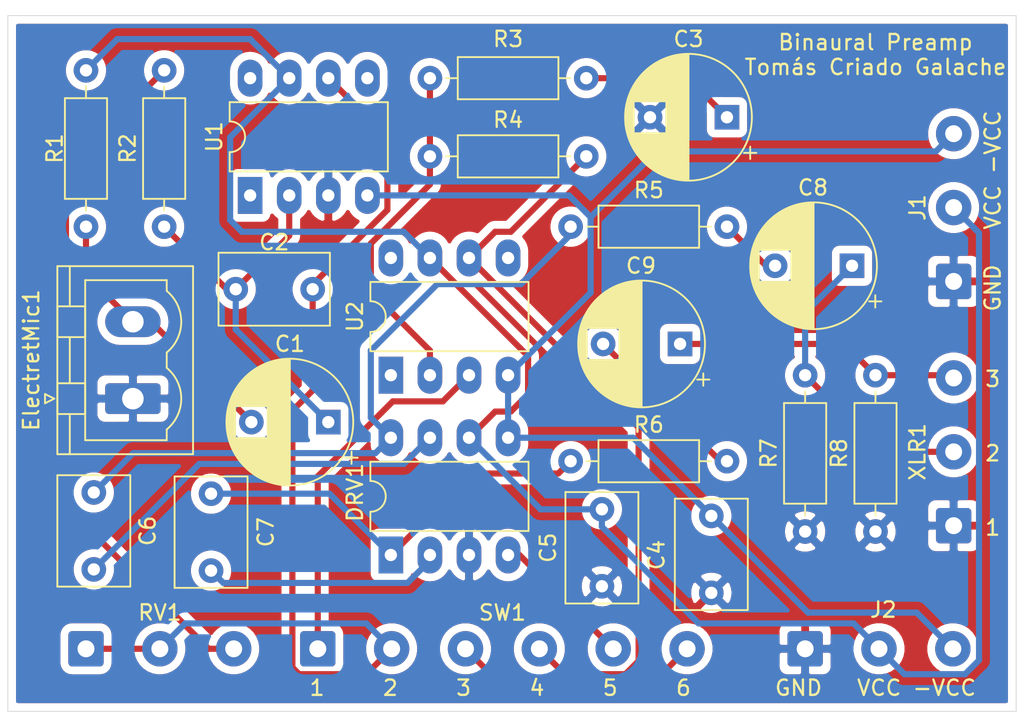
<source format=kicad_pcb>
(kicad_pcb (version 20171130) (host pcbnew "(5.1.9)-1")
  (layers (0 F.Cu signal) (31 B.Cu signal) (34 B.Paste user) (35 F.Paste user) (36 B.SilkS user) (37 F.SilkS user) (38 B.Mask user) (39 F.Mask user) (44 Edge.Cuts user))
  (net 0 "")
  (net 1 GND)
  (net 2 -VCC)
  (net 3 "Net-(C2-Pad1)")
  (net 4 VCC)
  (net 5 "Net-(C8-Pad1)")
  (net 6 "Net-(C8-Pad2)")
  (net 7 "Net-(C9-Pad1)")
  (net 8 "Net-(C9-Pad2)")
  (net 9 "Net-(R2-Pad2)")
  (net 10 "Net-(SW1-Pad3)")
  (net 11 "Net-(SW1-Pad1)")
  (net 12 "Net-(C1-Pad2)")
  (net 13 "Net-(C1-Pad1)")
  (net 14 "Net-(C3-Pad1)")
  (net 15 "Net-(C6-Pad2)")
  (net 16 "Net-(C6-Pad1)")
  (net 17 "Net-(C7-Pad2)")
  (net 18 "Net-(C7-Pad1)")
  (net 19 "Net-(DRV1-Pad4)")
  (net 20 "Net-(R3-Pad2)")
  (net 21 "Net-(R4-Pad2)")
  (module Capacitor_THT:C_Rect_L7.0mm_W4.5mm_P5.00mm (layer F.Cu) (at 83.82 72.136 180)
    (fp_text reference C2 (at 2.5 3.048) (layer F.SilkS))
    (fp_text value 1p)
    (pad 1 thru_hole circle (at 0 0 180) (size 1.6 1.6) (drill 0.8) (layers *.Cu *.Mask) (net 3 "Net-(C2-Pad1)"))
    (pad 2 thru_hole circle (at 5 0 180) (size 1.6 1.6) (drill 0.8) (layers *.Cu *.Mask) (net 13 "Net-(C1-Pad1)"))
  )
  (module Capacitor_THT:CP_Radial_D8.0mm_P5.00mm (layer F.Cu) (at 84.836 80.772 180)
    (fp_text reference C1 (at 2.5 5.08) (layer F.SilkS))
    (fp_text value 4.7u)
    (pad 1 thru_hole rect (at 0 0 180) (size 1.6 1.6) (drill 0.8) (layers *.Cu *.Mask) (net 13 "Net-(C1-Pad1)"))
    (pad 2 thru_hole circle (at 5 0 180) (size 1.6 1.6) (drill 0.8) (layers *.Cu *.Mask) (net 12 "Net-(C1-Pad2)"))
  )
  (module Capacitor_THT:CP_Radial_D8.0mm_P5.00mm (layer F.Cu) (at 110.744 60.96 180)
    (fp_text reference C3 (at 2.5 5.08) (layer F.SilkS))
    (fp_text value 820u)
    (pad 1 thru_hole rect (at 0 0 180) (size 1.6 1.6) (drill 0.8) (layers *.Cu *.Mask) (net 14 "Net-(C3-Pad1)"))
    (pad 2 thru_hole circle (at 5 0 180) (size 1.6 1.6) (drill 0.8) (layers *.Cu *.Mask) (net 1 GND))
  )
  (module Capacitor_THT:C_Rect_L7.0mm_W4.5mm_P5.00mm (layer F.Cu) (at 109.728 86.868 270)
    (fp_text reference C4 (at 2.54 3.556 90) (layer F.SilkS))
    (fp_text value 1u)
    (pad 1 thru_hole circle (at 0 0 270) (size 1.6 1.6) (drill 0.8) (layers *.Cu *.Mask) (net 2 -VCC))
    (pad 2 thru_hole circle (at 5 0 270) (size 1.6 1.6) (drill 0.8) (layers *.Cu *.Mask) (net 1 GND))
  )
  (module Capacitor_THT:C_Rect_L7.0mm_W4.5mm_P5.00mm (layer F.Cu) (at 102.616 91.44 90)
    (fp_text reference C5 (at 2.5 -3.5 90) (layer F.SilkS))
    (fp_text value 1u)
    (pad 2 thru_hole circle (at 5 0 90) (size 1.6 1.6) (drill 0.8) (layers *.Cu *.Mask) (net 4 VCC))
    (pad 1 thru_hole circle (at 0 0 90) (size 1.6 1.6) (drill 0.8) (layers *.Cu *.Mask) (net 1 GND))
  )
  (module Capacitor_THT:C_Rect_L7.0mm_W4.5mm_P5.00mm (layer F.Cu) (at 69.596 85.344 270)
    (fp_text reference C6 (at 2.5 -3.5 90) (layer F.SilkS))
    (fp_text value 10u)
    (pad 1 thru_hole circle (at 0 0 270) (size 1.6 1.6) (drill 0.8) (layers *.Cu *.Mask) (net 16 "Net-(C6-Pad1)"))
    (pad 2 thru_hole circle (at 5 0 270) (size 1.6 1.6) (drill 0.8) (layers *.Cu *.Mask) (net 15 "Net-(C6-Pad2)"))
  )
  (module Capacitor_THT:C_Rect_L7.0mm_W4.5mm_P5.00mm (layer F.Cu) (at 77.216 90.424 90)
    (fp_text reference C7 (at 2.5 3.556 90) (layer F.SilkS))
    (fp_text value 10u)
    (pad 2 thru_hole circle (at 5 0 90) (size 1.6 1.6) (drill 0.8) (layers *.Cu *.Mask) (net 17 "Net-(C7-Pad2)"))
    (pad 1 thru_hole circle (at 0 0 90) (size 1.6 1.6) (drill 0.8) (layers *.Cu *.Mask) (net 18 "Net-(C7-Pad1)"))
  )
  (module Capacitor_THT:CP_Radial_D8.0mm_P5.00mm (layer F.Cu) (at 118.872 70.612 180)
    (fp_text reference C8 (at 2.54 5.08) (layer F.SilkS))
    (fp_text value 3.3u)
    (pad 2 thru_hole circle (at 5 0 180) (size 1.6 1.6) (drill 0.8) (layers *.Cu *.Mask) (net 6 "Net-(C8-Pad2)"))
    (pad 1 thru_hole rect (at 0 0 180) (size 1.6 1.6) (drill 0.8) (layers *.Cu *.Mask) (net 5 "Net-(C8-Pad1)"))
  )
  (module Capacitor_THT:CP_Radial_D8.0mm_P5.00mm (layer F.Cu) (at 107.696 75.692 180)
    (fp_text reference C9 (at 2.54 5.08) (layer F.SilkS))
    (fp_text value 3.3u)
    (pad 2 thru_hole circle (at 5 0 180) (size 1.6 1.6) (drill 0.8) (layers *.Cu *.Mask) (net 8 "Net-(C9-Pad2)"))
    (pad 1 thru_hole rect (at 0 0 180) (size 1.6 1.6) (drill 0.8) (layers *.Cu *.Mask) (net 7 "Net-(C9-Pad1)"))
  )
  (module Package_DIP:DIP-8_W7.62mm_LongPads (layer F.Cu) (at 88.9 89.408 90)
    (fp_text reference DRV1 (at 4.064 -2.33 90) (layer F.SilkS))
    (fp_text value DRV135)
    (pad 8 thru_hole oval (at 7.62 0 90) (size 2.4 1.6) (drill 0.8) (layers *.Cu *.Mask) (net 16 "Net-(C6-Pad1)"))
    (pad 4 thru_hole oval (at 0 7.62 90) (size 2.4 1.6) (drill 0.8) (layers *.Cu *.Mask) (net 19 "Net-(DRV1-Pad4)"))
    (pad 7 thru_hole oval (at 7.62 2.54 90) (size 2.4 1.6) (drill 0.8) (layers *.Cu *.Mask) (net 15 "Net-(C6-Pad2)"))
    (pad 3 thru_hole oval (at 0 5.08 90) (size 2.4 1.6) (drill 0.8) (layers *.Cu *.Mask) (net 1 GND))
    (pad 6 thru_hole oval (at 7.62 5.08 90) (size 2.4 1.6) (drill 0.8) (layers *.Cu *.Mask) (net 4 VCC))
    (pad 2 thru_hole oval (at 0 2.54 90) (size 2.4 1.6) (drill 0.8) (layers *.Cu *.Mask) (net 18 "Net-(C7-Pad1)"))
    (pad 5 thru_hole oval (at 7.62 7.62 90) (size 2.4 1.6) (drill 0.8) (layers *.Cu *.Mask) (net 2 -VCC))
    (pad 1 thru_hole rect (at 0 0 90) (size 2.4 1.6) (drill 0.8) (layers *.Cu *.Mask) (net 17 "Net-(C7-Pad2)"))
  )
  (module Connector_Phoenix_MSTB:PhoenixContact_MSTBVA_2,5_2-G_1x02_P5.00mm_Vertical (layer F.Cu) (at 72.136 79.248 90)
    (fp_text reference ElectretMic1 (at 2.5 -6.604 90) (layer F.SilkS))
    (fp_text value -40dBV)
    (pad 1 thru_hole roundrect (at 0 0 90) (size 2 3.6) (drill 1.4) (layers *.Cu *.Mask) (roundrect_rratio 0.125) (net 1 GND))
    (pad 2 thru_hole oval (at 5 0 90) (size 2 3.6) (drill 1.4) (layers *.Cu *.Mask) (net 12 "Net-(C1-Pad2)"))
  )
  (module Connector_Wire:SolderWire-0.5sqmm_1x03_P4.8mm_D0.9mm_OD2.3mm (layer F.Cu) (at 125.476 71.628 90)
    (fp_text reference J1 (at 4.8 -2.35 90) (layer F.SilkS))
    (fp_text value Conn_01x03)
    (pad 1 thru_hole roundrect (at 0 0 90) (size 2.3 2.3) (drill 1.1) (layers *.Cu *.Mask) (roundrect_rratio 0.108696) (net 1 GND))
    (pad 2 thru_hole circle (at 4.8 0 90) (size 2.3 2.3) (drill 1.1) (layers *.Cu *.Mask) (net 4 VCC))
    (pad 3 thru_hole circle (at 9.6 0 90) (size 2.3 2.3) (drill 1.1) (layers *.Cu *.Mask) (net 2 -VCC))
  )
  (module Connector_Wire:SolderWire-0.5sqmm_1x03_P4.8mm_D0.9mm_OD2.3mm (layer F.Cu) (at 115.824 95.504)
    (fp_text reference J2 (at 5.08 -2.54) (layer F.SilkS))
    (fp_text value Conn_01x03)
    (pad 3 thru_hole circle (at 9.6 0) (size 2.3 2.3) (drill 1.1) (layers *.Cu *.Mask) (net 2 -VCC))
    (pad 2 thru_hole circle (at 4.8 0) (size 2.3 2.3) (drill 1.1) (layers *.Cu *.Mask) (net 4 VCC))
    (pad 1 thru_hole roundrect (at 0 0) (size 2.3 2.3) (drill 1.1) (layers *.Cu *.Mask) (roundrect_rratio 0.108696) (net 1 GND))
  )
  (module Resistor_THT:R_Axial_DIN0207_L6.3mm_D2.5mm_P10.16mm_Horizontal (layer F.Cu) (at 69.088 57.912 270)
    (fp_text reference R1 (at 5.08 2.032 90) (layer F.SilkS))
    (fp_text value 6.8k)
    (pad 2 thru_hole oval (at 10.16 0 270) (size 1.6 1.6) (drill 0.8) (layers *.Cu *.Mask) (net 12 "Net-(C1-Pad2)"))
    (pad 1 thru_hole circle (at 0 0 270) (size 1.6 1.6) (drill 0.8) (layers *.Cu *.Mask) (net 4 VCC))
  )
  (module Resistor_THT:R_Axial_DIN0207_L6.3mm_D2.5mm_P10.16mm_Horizontal (layer F.Cu) (at 74.168 68.072 90)
    (fp_text reference R2 (at 5.08 -2.37 90) (layer F.SilkS))
    (fp_text value 18k)
    (pad 2 thru_hole oval (at 10.16 0 90) (size 1.6 1.6) (drill 0.8) (layers *.Cu *.Mask) (net 9 "Net-(R2-Pad2)"))
    (pad 1 thru_hole circle (at 0 0 90) (size 1.6 1.6) (drill 0.8) (layers *.Cu *.Mask) (net 13 "Net-(C1-Pad1)"))
  )
  (module Resistor_THT:R_Axial_DIN0207_L6.3mm_D2.5mm_P10.16mm_Horizontal (layer F.Cu) (at 101.6 58.42 180)
    (fp_text reference R3 (at 5.08 2.54) (layer F.SilkS))
    (fp_text value 1k)
    (pad 1 thru_hole circle (at 0 0 180) (size 1.6 1.6) (drill 0.8) (layers *.Cu *.Mask) (net 14 "Net-(C3-Pad1)"))
    (pad 2 thru_hole oval (at 10.16 0 180) (size 1.6 1.6) (drill 0.8) (layers *.Cu *.Mask) (net 20 "Net-(R3-Pad2)"))
  )
  (module Resistor_THT:R_Axial_DIN0207_L6.3mm_D2.5mm_P10.16mm_Horizontal (layer F.Cu) (at 91.44 63.5)
    (fp_text reference R4 (at 5.08 -2.37) (layer F.SilkS))
    (fp_text value 33k)
    (pad 2 thru_hole oval (at 10.16 0) (size 1.6 1.6) (drill 0.8) (layers *.Cu *.Mask) (net 21 "Net-(R4-Pad2)"))
    (pad 1 thru_hole circle (at 0 0) (size 1.6 1.6) (drill 0.8) (layers *.Cu *.Mask) (net 20 "Net-(R3-Pad2)"))
  )
  (module Resistor_THT:R_Axial_DIN0207_L6.3mm_D2.5mm_P10.16mm_Horizontal (layer F.Cu) (at 100.584 68.072)
    (fp_text reference R5 (at 5.08 -2.37) (layer F.SilkS))
    (fp_text value 51)
    (pad 1 thru_hole circle (at 0 0) (size 1.6 1.6) (drill 0.8) (layers *.Cu *.Mask) (net 16 "Net-(C6-Pad1)"))
    (pad 2 thru_hole oval (at 10.16 0) (size 1.6 1.6) (drill 0.8) (layers *.Cu *.Mask) (net 6 "Net-(C8-Pad2)"))
  )
  (module Resistor_THT:R_Axial_DIN0207_L6.3mm_D2.5mm_P10.16mm_Horizontal (layer F.Cu) (at 100.584 83.312)
    (fp_text reference R6 (at 5.08 -2.37) (layer F.SilkS))
    (fp_text value 51)
    (pad 1 thru_hole circle (at 0 0) (size 1.6 1.6) (drill 0.8) (layers *.Cu *.Mask) (net 17 "Net-(C7-Pad2)"))
    (pad 2 thru_hole oval (at 10.16 0) (size 1.6 1.6) (drill 0.8) (layers *.Cu *.Mask) (net 8 "Net-(C9-Pad2)"))
  )
  (module Resistor_THT:R_Axial_DIN0207_L6.3mm_D2.5mm_P10.16mm_Horizontal (layer F.Cu) (at 115.824 87.884 90)
    (fp_text reference R7 (at 5.08 -2.37 90) (layer F.SilkS))
    (fp_text value 100k)
    (pad 1 thru_hole circle (at 0 0 90) (size 1.6 1.6) (drill 0.8) (layers *.Cu *.Mask) (net 1 GND))
    (pad 2 thru_hole oval (at 10.16 0 90) (size 1.6 1.6) (drill 0.8) (layers *.Cu *.Mask) (net 5 "Net-(C8-Pad1)"))
  )
  (module Resistor_THT:R_Axial_DIN0207_L6.3mm_D2.5mm_P10.16mm_Horizontal (layer F.Cu) (at 120.396 87.884 90)
    (fp_text reference R8 (at 5.08 -2.37 90) (layer F.SilkS))
    (fp_text value 100k)
    (pad 2 thru_hole oval (at 10.16 0 90) (size 1.6 1.6) (drill 0.8) (layers *.Cu *.Mask) (net 7 "Net-(C9-Pad1)"))
    (pad 1 thru_hole circle (at 0 0 90) (size 1.6 1.6) (drill 0.8) (layers *.Cu *.Mask) (net 1 GND))
  )
  (module Connector_Wire:SolderWire-0.5sqmm_1x03_P4.8mm_D0.9mm_OD2.3mm (layer F.Cu) (at 69.088 95.504)
    (fp_text reference RV1 (at 4.8 -2.35) (layer F.SilkS))
    (fp_text value 500k)
    (pad 3 thru_hole circle (at 9.6 0) (size 2.3 2.3) (drill 1.1) (layers *.Cu *.Mask) (net 9 "Net-(R2-Pad2)"))
    (pad 2 thru_hole circle (at 4.8 0) (size 2.3 2.3) (drill 1.1) (layers *.Cu *.Mask) (net 3 "Net-(C2-Pad1)"))
    (pad 1 thru_hole roundrect (at 0 0) (size 2.3 2.3) (drill 1.1) (layers *.Cu *.Mask) (roundrect_rratio 0.108696) (net 3 "Net-(C2-Pad1)"))
  )
  (module Connector_Wire:SolderWire-0.5sqmm_1x06_P4.8mm_D0.9mm_OD2.3mm (layer F.Cu) (at 84.152 95.504)
    (fp_text reference SW1 (at 12 -2.35) (layer F.SilkS))
    (fp_text value SW_DPDT_x2)
    (pad 6 thru_hole circle (at 24 0) (size 2.3 2.3) (drill 1.1) (layers *.Cu *.Mask) (net 10 "Net-(SW1-Pad3)"))
    (pad 5 thru_hole circle (at 19.2 0) (size 2.3 2.3) (drill 1.1) (layers *.Cu *.Mask) (net 19 "Net-(DRV1-Pad4)"))
    (pad 4 thru_hole circle (at 14.4 0) (size 2.3 2.3) (drill 1.1) (layers *.Cu *.Mask) (net 21 "Net-(R4-Pad2)"))
    (pad 3 thru_hole circle (at 9.6 0) (size 2.3 2.3) (drill 1.1) (layers *.Cu *.Mask) (net 10 "Net-(SW1-Pad3)"))
    (pad 2 thru_hole circle (at 4.8 0) (size 2.3 2.3) (drill 1.1) (layers *.Cu *.Mask) (net 3 "Net-(C2-Pad1)"))
    (pad 1 thru_hole roundrect (at 0 0) (size 2.3 2.3) (drill 1.1) (layers *.Cu *.Mask) (roundrect_rratio 0.108696) (net 11 "Net-(SW1-Pad1)"))
  )
  (module Package_DIP:DIP-8_W7.62mm_LongPads (layer F.Cu) (at 79.756 66.04 90)
    (fp_text reference U1 (at 3.81 -2.33 90) (layer F.SilkS))
    (fp_text value TL071)
    (pad 1 thru_hole rect (at 0 0 90) (size 2.4 1.6) (drill 0.8) (layers *.Cu *.Mask))
    (pad 5 thru_hole oval (at 7.62 7.62 90) (size 2.4 1.6) (drill 0.8) (layers *.Cu *.Mask))
    (pad 2 thru_hole oval (at 0 2.54 90) (size 2.4 1.6) (drill 0.8) (layers *.Cu *.Mask) (net 13 "Net-(C1-Pad1)"))
    (pad 6 thru_hole oval (at 7.62 5.08 90) (size 2.4 1.6) (drill 0.8) (layers *.Cu *.Mask) (net 3 "Net-(C2-Pad1)"))
    (pad 3 thru_hole oval (at 0 5.08 90) (size 2.4 1.6) (drill 0.8) (layers *.Cu *.Mask) (net 1 GND))
    (pad 7 thru_hole oval (at 7.62 2.54 90) (size 2.4 1.6) (drill 0.8) (layers *.Cu *.Mask) (net 4 VCC))
    (pad 4 thru_hole oval (at 0 7.62 90) (size 2.4 1.6) (drill 0.8) (layers *.Cu *.Mask) (net 2 -VCC))
    (pad 8 thru_hole oval (at 7.62 0 90) (size 2.4 1.6) (drill 0.8) (layers *.Cu *.Mask))
  )
  (module Package_DIP:DIP-8_W7.62mm_LongPads (layer F.Cu) (at 88.9 77.724 90)
    (fp_text reference U2 (at 3.81 -2.33 90) (layer F.SilkS))
    (fp_text value TL071)
    (pad 1 thru_hole rect (at 0 0 90) (size 2.4 1.6) (drill 0.8) (layers *.Cu *.Mask))
    (pad 5 thru_hole oval (at 7.62 7.62 90) (size 2.4 1.6) (drill 0.8) (layers *.Cu *.Mask))
    (pad 2 thru_hole oval (at 0 2.54 90) (size 2.4 1.6) (drill 0.8) (layers *.Cu *.Mask) (net 20 "Net-(R3-Pad2)"))
    (pad 6 thru_hole oval (at 7.62 5.08 90) (size 2.4 1.6) (drill 0.8) (layers *.Cu *.Mask) (net 21 "Net-(R4-Pad2)"))
    (pad 3 thru_hole oval (at 0 5.08 90) (size 2.4 1.6) (drill 0.8) (layers *.Cu *.Mask) (net 11 "Net-(SW1-Pad1)"))
    (pad 7 thru_hole oval (at 7.62 2.54 90) (size 2.4 1.6) (drill 0.8) (layers *.Cu *.Mask) (net 4 VCC))
    (pad 4 thru_hole oval (at 0 7.62 90) (size 2.4 1.6) (drill 0.8) (layers *.Cu *.Mask) (net 2 -VCC))
    (pad 8 thru_hole oval (at 7.62 0 90) (size 2.4 1.6) (drill 0.8) (layers *.Cu *.Mask))
  )
  (module Connector_Wire:SolderWire-0.5sqmm_1x03_P4.8mm_D0.9mm_OD2.3mm (layer F.Cu) (at 125.476 87.503 90)
    (fp_text reference XLR1 (at 4.8 -2.35 90) (layer F.SilkS))
    (fp_text value XLR3)
    (pad 3 thru_hole circle (at 9.6 0 90) (size 2.3 2.3) (drill 1.1) (layers *.Cu *.Mask) (net 7 "Net-(C9-Pad1)"))
    (pad 2 thru_hole circle (at 4.8 0 90) (size 2.3 2.3) (drill 1.1) (layers *.Cu *.Mask) (net 5 "Net-(C8-Pad1)"))
    (pad 1 thru_hole roundrect (at 0 0 90) (size 2.3 2.3) (drill 1.1) (layers *.Cu *.Mask) (roundrect_rratio 0.108696) (net 1 GND))
  )
  (gr_line (start 64.008 54.356) (end 64.516 54.356) (layer Edge.Cuts) (width 0.05))
  (gr_line (start 64.008 99.568) (end 64.008 54.356) (layer Edge.Cuts) (width 0.05))
  (gr_line (start 64.516 99.568) (end 64.008 99.568) (layer Edge.Cuts) (width 0.05))
  (gr_text "1     2     3     4     5     6" (at 96.012 98.044) (layer F.SilkS) (effects (font (size 1 1))))
  (gr_text "3\n\n\n2\n\n\n1" (at 128.016 82.804) (layer F.SilkS) (effects (font (size 1 1))))
  (gr_text "GND   VCC -VCC" (at 128.016 67.056 90) (layer F.SilkS) (effects (font (size 1 1))))
  (gr_line (start 129.54 99.568) (end 128.524 99.568) (layer Edge.Cuts) (width 0.05))
  (gr_line (start 129.54 54.356) (end 129.54 99.568) (layer Edge.Cuts) (width 0.05))
  (gr_line (start 128.524 54.356) (end 129.54 54.356) (layer Edge.Cuts) (width 0.05))
  (gr_line (start 128.524 99.568) (end 64.516 99.568) (layer Edge.Cuts) (width 0.05))
  (gr_line (start 64.516 54.356) (end 128.524 54.356) (layer Edge.Cuts) (width 0.05))
  (gr_text "GND   VCC -VCC" (at 120.396 98.044) (layer F.SilkS) (effects (font (size 1 1))))
  (gr_text "Binaural Preamp\nTomás Criado Galache" (at 120.396 56.896) (layer F.SilkS) (effects (font (size 1 1))))
  (segment (start 96.52 81.788) (end 96.52 77.724) (width 0.4) (layer B.Cu) (net 2))
  (segment (start 116.01398 93.15398) (end 109.728 86.868) (width 0.4) (layer B.Cu) (net 2))
  (segment (start 123.07398 93.15398) (end 116.01398 93.15398) (width 0.4) (layer B.Cu) (net 2))
  (segment (start 125.424 95.504) (end 123.07398 93.15398) (width 0.4) (layer B.Cu) (net 2))
  (segment (start 104.648 81.788) (end 96.52 81.788) (width 0.4) (layer B.Cu) (net 2))
  (segment (start 109.728 86.868) (end 104.648 81.788) (width 0.4) (layer B.Cu) (net 2))
  (segment (start 100.476002 66.04) (end 87.376 66.04) (width 0.4) (layer B.Cu) (net 2))
  (segment (start 101.884001 67.447999) (end 100.476002 66.04) (width 0.4) (layer B.Cu) (net 2))
  (segment (start 101.884001 72.359999) (end 101.884001 67.447999) (width 0.4) (layer B.Cu) (net 2))
  (segment (start 96.52 77.724) (end 101.884001 72.359999) (width 0.4) (layer B.Cu) (net 2))
  (segment (start 124.326001 63.177999) (end 125.476 62.028) (width 0.4) (layer B.Cu) (net 2))
  (segment (start 106.154001 63.177999) (end 124.326001 63.177999) (width 0.4) (layer B.Cu) (net 2))
  (segment (start 101.884001 67.447999) (end 106.154001 63.177999) (width 0.4) (layer B.Cu) (net 2))
  (segment (start 69.088 95.504) (end 73.888 95.504) (width 0.4) (layer F.Cu) (net 3))
  (segment (start 87.301999 93.853999) (end 88.952 95.504) (width 0.4) (layer B.Cu) (net 3))
  (segment (start 75.538001 93.853999) (end 87.301999 93.853999) (width 0.4) (layer B.Cu) (net 3))
  (segment (start 73.888 95.504) (end 75.538001 93.853999) (width 0.4) (layer B.Cu) (net 3))
  (segment (start 83.82 71.834491) (end 83.82 72.136) (width 0.4) (layer F.Cu) (net 3))
  (segment (start 88.67601 66.978481) (end 83.82 71.834491) (width 0.4) (layer F.Cu) (net 3))
  (segment (start 88.67601 62.26001) (end 88.67601 66.978481) (width 0.4) (layer F.Cu) (net 3))
  (segment (start 84.836 58.42) (end 88.67601 62.26001) (width 0.4) (layer F.Cu) (net 3))
  (segment (start 87.30199 97.15401) (end 88.952 95.504) (width 0.4) (layer F.Cu) (net 3))
  (segment (start 82.941332 97.15401) (end 87.30199 97.15401) (width 0.4) (layer F.Cu) (net 3))
  (segment (start 82.50199 96.714668) (end 82.941332 97.15401) (width 0.4) (layer F.Cu) (net 3))
  (segment (start 82.50199 80.030012) (end 82.50199 96.714668) (width 0.4) (layer F.Cu) (net 3))
  (segment (start 83.82 78.712002) (end 82.50199 80.030012) (width 0.4) (layer F.Cu) (net 3))
  (segment (start 83.82 72.136) (end 83.82 78.712002) (width 0.4) (layer F.Cu) (net 3))
  (segment (start 102.616 87.57137) (end 102.616 86.44) (width 0.4) (layer B.Cu) (net 4))
  (segment (start 108.89862 93.85399) (end 102.616 87.57137) (width 0.4) (layer B.Cu) (net 4))
  (segment (start 118.97399 93.85399) (end 108.89862 93.85399) (width 0.4) (layer B.Cu) (net 4))
  (segment (start 120.624 95.504) (end 118.97399 93.85399) (width 0.4) (layer B.Cu) (net 4))
  (segment (start 98.632 86.44) (end 93.98 81.788) (width 0.4) (layer B.Cu) (net 4))
  (segment (start 102.616 86.44) (end 98.632 86.44) (width 0.4) (layer B.Cu) (net 4))
  (segment (start 89.73999 68.40399) (end 91.44 70.104) (width 0.4) (layer B.Cu) (net 4))
  (segment (start 79.219988 68.40399) (end 89.73999 68.40399) (width 0.4) (layer B.Cu) (net 4))
  (segment (start 78.455999 67.640001) (end 79.219988 68.40399) (width 0.4) (layer B.Cu) (net 4))
  (segment (start 78.455999 62.260001) (end 78.455999 67.640001) (width 0.4) (layer B.Cu) (net 4))
  (segment (start 82.296 58.42) (end 78.455999 62.260001) (width 0.4) (layer B.Cu) (net 4))
  (segment (start 69.088 57.912) (end 71.12 55.88) (width 0.4) (layer B.Cu) (net 4))
  (segment (start 79.756 55.88) (end 82.296 58.42) (width 0.4) (layer B.Cu) (net 4))
  (segment (start 71.12 55.88) (end 79.756 55.88) (width 0.4) (layer B.Cu) (net 4))
  (segment (start 127.12601 68.47801) (end 125.476 66.828) (width 0.4) (layer B.Cu) (net 4))
  (segment (start 127.12601 96.243992) (end 127.12601 68.47801) (width 0.4) (layer B.Cu) (net 4))
  (segment (start 126.216001 97.154001) (end 127.12601 96.243992) (width 0.4) (layer B.Cu) (net 4))
  (segment (start 122.274001 97.154001) (end 126.216001 97.154001) (width 0.4) (layer B.Cu) (net 4))
  (segment (start 120.624 95.504) (end 122.274001 97.154001) (width 0.4) (layer B.Cu) (net 4))
  (segment (start 95.68001 80.08799) (end 93.98 81.788) (width 0.4) (layer F.Cu) (net 4))
  (segment (start 96.69601 80.08799) (end 95.68001 80.08799) (width 0.4) (layer F.Cu) (net 4))
  (segment (start 97.82001 78.96399) (end 96.69601 80.08799) (width 0.4) (layer F.Cu) (net 4))
  (segment (start 97.82001 76.48401) (end 97.82001 78.96399) (width 0.4) (layer F.Cu) (net 4))
  (segment (start 91.44 70.104) (end 97.82001 76.48401) (width 0.4) (layer F.Cu) (net 4))
  (segment (start 120.803 82.703) (end 125.476 82.703) (width 0.4) (layer F.Cu) (net 5))
  (segment (start 115.824 77.724) (end 120.803 82.703) (width 0.4) (layer F.Cu) (net 5))
  (segment (start 115.824 73.66) (end 118.872 70.612) (width 0.4) (layer B.Cu) (net 5))
  (segment (start 115.824 77.724) (end 115.824 73.66) (width 0.4) (layer B.Cu) (net 5))
  (segment (start 113.284 70.612) (end 113.872 70.612) (width 0.4) (layer F.Cu) (net 6))
  (segment (start 110.744 68.072) (end 113.284 70.612) (width 0.4) (layer F.Cu) (net 6))
  (segment (start 118.364 75.692) (end 120.396 77.724) (width 0.4) (layer F.Cu) (net 7))
  (segment (start 107.696 75.692) (end 118.364 75.692) (width 0.4) (layer F.Cu) (net 7))
  (segment (start 125.297 77.724) (end 125.476 77.903) (width 0.4) (layer F.Cu) (net 7))
  (segment (start 120.396 77.724) (end 125.297 77.724) (width 0.4) (layer F.Cu) (net 7))
  (segment (start 110.316 83.312) (end 110.744 83.312) (width 0.4) (layer F.Cu) (net 8))
  (segment (start 102.696 75.692) (end 110.316 83.312) (width 0.4) (layer F.Cu) (net 8))
  (segment (start 67.787999 86.230344) (end 77.061655 95.504) (width 0.4) (layer F.Cu) (net 9))
  (segment (start 67.787999 64.292001) (end 67.787999 86.230344) (width 0.4) (layer F.Cu) (net 9))
  (segment (start 77.061655 95.504) (end 78.688 95.504) (width 0.4) (layer F.Cu) (net 9))
  (segment (start 74.168 57.912) (end 67.787999 64.292001) (width 0.4) (layer F.Cu) (net 9))
  (segment (start 105.801989 97.854011) (end 108.152 95.504) (width 0.4) (layer F.Cu) (net 10))
  (segment (start 96.102011 97.854011) (end 105.801989 97.854011) (width 0.4) (layer F.Cu) (net 10))
  (segment (start 93.752 95.504) (end 96.102011 97.854011) (width 0.4) (layer F.Cu) (net 10))
  (segment (start 92.27999 79.42401) (end 93.98 77.724) (width 0.4) (layer F.Cu) (net 11))
  (segment (start 89.025499 79.42401) (end 92.27999 79.42401) (width 0.4) (layer F.Cu) (net 11))
  (segment (start 84.152 84.297509) (end 89.025499 79.42401) (width 0.4) (layer F.Cu) (net 11))
  (segment (start 84.152 95.504) (end 84.152 84.297509) (width 0.4) (layer F.Cu) (net 11))
  (segment (start 69.088 71.2) (end 72.136 74.248) (width 0.4) (layer F.Cu) (net 12))
  (segment (start 69.088 68.072) (end 69.088 71.2) (width 0.4) (layer F.Cu) (net 12))
  (segment (start 73.312 74.248) (end 79.836 80.772) (width 0.4) (layer F.Cu) (net 12))
  (segment (start 72.136 74.248) (end 73.312 74.248) (width 0.4) (layer F.Cu) (net 12))
  (segment (start 78.232 72.136) (end 78.82 72.136) (width 0.4) (layer F.Cu) (net 13))
  (segment (start 74.168 68.072) (end 78.232 72.136) (width 0.4) (layer F.Cu) (net 13))
  (segment (start 82.296 68.66) (end 78.82 72.136) (width 0.4) (layer F.Cu) (net 13))
  (segment (start 82.296 66.04) (end 82.296 68.66) (width 0.4) (layer F.Cu) (net 13))
  (segment (start 78.82 74.756) (end 84.836 80.772) (width 0.4) (layer B.Cu) (net 13))
  (segment (start 78.82 72.136) (end 78.82 74.756) (width 0.4) (layer B.Cu) (net 13))
  (segment (start 108.204 58.42) (end 110.744 60.96) (width 0.4) (layer F.Cu) (net 14))
  (segment (start 101.6 58.42) (end 108.204 58.42) (width 0.4) (layer F.Cu) (net 14))
  (segment (start 76.45199 83.48801) (end 69.596 90.344) (width 0.4) (layer B.Cu) (net 15))
  (segment (start 89.73999 83.48801) (end 76.45199 83.48801) (width 0.4) (layer B.Cu) (net 15))
  (segment (start 91.44 81.788) (end 89.73999 83.48801) (width 0.4) (layer B.Cu) (net 15))
  (segment (start 91.919988 71.80401) (end 97.35999 71.80401) (width 0.4) (layer B.Cu) (net 16))
  (segment (start 87.599999 76.123999) (end 91.919988 71.80401) (width 0.4) (layer B.Cu) (net 16))
  (segment (start 87.599999 80.487999) (end 87.599999 76.123999) (width 0.4) (layer B.Cu) (net 16))
  (segment (start 88.9 81.788) (end 87.599999 80.487999) (width 0.4) (layer B.Cu) (net 16))
  (segment (start 100.584 68.58) (end 97.35999 71.80401) (width 0.4) (layer B.Cu) (net 16))
  (segment (start 100.584 68.072) (end 100.584 68.58) (width 0.4) (layer B.Cu) (net 16))
  (segment (start 87.9 82.788) (end 88.9 81.788) (width 0.4) (layer B.Cu) (net 16))
  (segment (start 72.152 82.788) (end 87.9 82.788) (width 0.4) (layer B.Cu) (net 16))
  (segment (start 69.596 85.344) (end 72.152 82.788) (width 0.4) (layer B.Cu) (net 16))
  (segment (start 94.196001 84.111999) (end 88.9 89.408) (width 0.4) (layer F.Cu) (net 17))
  (segment (start 99.784001 84.111999) (end 94.196001 84.111999) (width 0.4) (layer F.Cu) (net 17))
  (segment (start 100.584 83.312) (end 99.784001 84.111999) (width 0.4) (layer F.Cu) (net 17))
  (segment (start 84.916 85.424) (end 88.9 89.408) (width 0.4) (layer B.Cu) (net 17))
  (segment (start 77.216 85.424) (end 84.916 85.424) (width 0.4) (layer B.Cu) (net 17))
  (segment (start 91.44 89.768002) (end 91.44 89.408) (width 0.4) (layer B.Cu) (net 18))
  (segment (start 89.984003 91.223999) (end 91.44 89.768002) (width 0.4) (layer B.Cu) (net 18))
  (segment (start 78.015999 91.223999) (end 89.984003 91.223999) (width 0.4) (layer B.Cu) (net 18))
  (segment (start 77.216 90.424) (end 78.015999 91.223999) (width 0.4) (layer B.Cu) (net 18))
  (segment (start 97.256 89.408) (end 103.352 95.504) (width 0.4) (layer F.Cu) (net 19))
  (segment (start 96.52 89.408) (end 97.256 89.408) (width 0.4) (layer F.Cu) (net 19))
  (segment (start 91.44 76.124) (end 91.44 77.724) (width 0.4) (layer F.Cu) (net 20))
  (segment (start 87.59999 72.28399) (end 91.44 76.124) (width 0.4) (layer F.Cu) (net 20))
  (segment (start 87.59999 69.165519) (end 87.59999 72.28399) (width 0.4) (layer F.Cu) (net 20))
  (segment (start 91.44 65.325509) (end 87.59999 69.165519) (width 0.4) (layer F.Cu) (net 20))
  (segment (start 91.44 63.5) (end 91.44 65.325509) (width 0.4) (layer F.Cu) (net 20))
  (segment (start 91.44 58.42) (end 91.44 63.5) (width 0.4) (layer F.Cu) (net 20))
  (segment (start 96.69601 68.40399) (end 101.6 63.5) (width 0.4) (layer F.Cu) (net 21))
  (segment (start 95.68001 68.40399) (end 96.69601 68.40399) (width 0.4) (layer F.Cu) (net 21))
  (segment (start 93.98 70.104) (end 95.68001 68.40399) (width 0.4) (layer F.Cu) (net 21))
  (segment (start 105.002001 81.126001) (end 93.98 70.104) (width 0.4) (layer F.Cu) (net 21))
  (segment (start 105.002001 96.296001) (end 105.002001 81.126001) (width 0.4) (layer F.Cu) (net 21))
  (segment (start 104.144001 97.154001) (end 105.002001 96.296001) (width 0.4) (layer F.Cu) (net 21))
  (segment (start 100.202001 97.154001) (end 104.144001 97.154001) (width 0.4) (layer F.Cu) (net 21))
  (segment (start 98.552 95.504) (end 100.202001 97.154001) (width 0.4) (layer F.Cu) (net 21))
  (zone (net 1) (net_name GND) (layer F.Cu) (connect_pads (clearance 0.508)) (min_thickness 0.254) (fill yes (arc_segments 32) (thermal_gap 0.508) (thermal_bridge_width 0.508) (smoothing chamfer))
    (polygon (pts (xy 130.048 100.076) (xy 63.5 100.076) (xy 63.5 53.34) (xy 130.048 53.34)))
  )
  (zone (net 1) (net_name GND) (layer B.Cu) (connect_pads (clearance 0.508)) (min_thickness 0.254) (fill yes (arc_segments 32) (thermal_gap 0.508) (thermal_bridge_width 0.508) (smoothing chamfer))
    (polygon (pts (xy 130.048 100.076) (xy 63.5 100.076) (xy 63.5 53.34) (xy 130.048 53.34)))
  )
)
</source>
